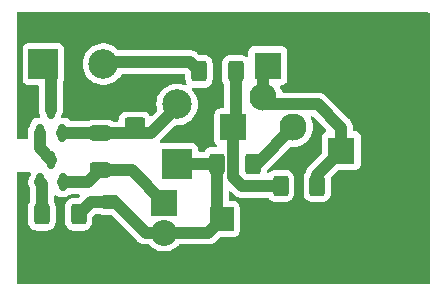
<source format=gbr>
%TF.GenerationSoftware,KiCad,Pcbnew,7.0.9*%
%TF.CreationDate,2023-11-29T13:30:04+01:00*%
%TF.ProjectId,Wzmacniacz r__nicowy do PW3015 ver.3,577a6d61-636e-4696-9163-7a2072f37c6e,rev?*%
%TF.SameCoordinates,Original*%
%TF.FileFunction,Copper,L2,Bot*%
%TF.FilePolarity,Positive*%
%FSLAX46Y46*%
G04 Gerber Fmt 4.6, Leading zero omitted, Abs format (unit mm)*
G04 Created by KiCad (PCBNEW 7.0.9) date 2023-11-29 13:30:04*
%MOMM*%
%LPD*%
G01*
G04 APERTURE LIST*
G04 Aperture macros list*
%AMRoundRect*
0 Rectangle with rounded corners*
0 $1 Rounding radius*
0 $2 $3 $4 $5 $6 $7 $8 $9 X,Y pos of 4 corners*
0 Add a 4 corners polygon primitive as box body*
4,1,4,$2,$3,$4,$5,$6,$7,$8,$9,$2,$3,0*
0 Add four circle primitives for the rounded corners*
1,1,$1+$1,$2,$3*
1,1,$1+$1,$4,$5*
1,1,$1+$1,$6,$7*
1,1,$1+$1,$8,$9*
0 Add four rect primitives between the rounded corners*
20,1,$1+$1,$2,$3,$4,$5,0*
20,1,$1+$1,$4,$5,$6,$7,0*
20,1,$1+$1,$6,$7,$8,$9,0*
20,1,$1+$1,$8,$9,$2,$3,0*%
G04 Aperture macros list end*
%TA.AperFunction,ComponentPad*%
%ADD10R,2.300000X2.300000*%
%TD*%
%TA.AperFunction,ComponentPad*%
%ADD11O,2.300000X2.300000*%
%TD*%
%TA.AperFunction,ComponentPad*%
%ADD12R,2.000000X2.000000*%
%TD*%
%TA.AperFunction,ComponentPad*%
%ADD13C,2.000000*%
%TD*%
%TA.AperFunction,ComponentPad*%
%ADD14C,2.300000*%
%TD*%
%TA.AperFunction,ComponentPad*%
%ADD15R,2.200000X2.200000*%
%TD*%
%TA.AperFunction,ComponentPad*%
%ADD16C,2.200000*%
%TD*%
%TA.AperFunction,ComponentPad*%
%ADD17R,2.500000X2.500000*%
%TD*%
%TA.AperFunction,ComponentPad*%
%ADD18C,2.500000*%
%TD*%
%TA.AperFunction,SMDPad,CuDef*%
%ADD19RoundRect,0.250000X0.400000X0.625000X-0.400000X0.625000X-0.400000X-0.625000X0.400000X-0.625000X0*%
%TD*%
%TA.AperFunction,SMDPad,CuDef*%
%ADD20RoundRect,0.250000X0.625000X-0.400000X0.625000X0.400000X-0.625000X0.400000X-0.625000X-0.400000X0*%
%TD*%
%TA.AperFunction,SMDPad,CuDef*%
%ADD21RoundRect,0.150000X0.150000X-0.587500X0.150000X0.587500X-0.150000X0.587500X-0.150000X-0.587500X0*%
%TD*%
%TA.AperFunction,SMDPad,CuDef*%
%ADD22RoundRect,0.250000X-0.400000X-0.625000X0.400000X-0.625000X0.400000X0.625000X-0.400000X0.625000X0*%
%TD*%
%TA.AperFunction,SMDPad,CuDef*%
%ADD23RoundRect,0.250000X-0.475000X0.337500X-0.475000X-0.337500X0.475000X-0.337500X0.475000X0.337500X0*%
%TD*%
%TA.AperFunction,Conductor*%
%ADD24C,1.000000*%
%TD*%
G04 APERTURE END LIST*
D10*
%TO.P,D2,1,K*%
%TO.N,Net-(D2-K)*%
X185285000Y-94500000D03*
D11*
%TO.P,D2,2,A*%
%TO.N,GND*%
X192905000Y-94500000D03*
%TD*%
D10*
%TO.P,J2,1,Pin_1*%
%TO.N,GND*%
X196200000Y-94575000D03*
%TD*%
D12*
%TO.P,C8,1*%
%TO.N,Net-(D1-A)*%
X181382323Y-107500000D03*
D13*
%TO.P,C8,2*%
%TO.N,GND*%
X188882323Y-107500000D03*
%TD*%
D10*
%TO.P,C4,1*%
%TO.N,Net-(D2-K)*%
X191500000Y-101700000D03*
D14*
%TO.P,C4,2*%
%TO.N,GND*%
X196500000Y-101700000D03*
%TD*%
D15*
%TO.P,Q2,1,C*%
%TO.N,Net-(Q2-C)*%
X182360000Y-99740000D03*
D14*
%TO.P,Q2,2,B*%
%TO.N,Net-(D2-K)*%
X184900000Y-97200000D03*
%TO.P,Q2,3,E*%
%TO.N,Net-(Q2-E)*%
X187440000Y-99740000D03*
%TD*%
D15*
%TO.P,D1,1,K*%
%TO.N,Net-(D1-K)*%
X176500000Y-106100000D03*
D16*
%TO.P,D1,2,A*%
%TO.N,Net-(D1-A)*%
X176500000Y-108640000D03*
%TD*%
D17*
%TO.P,J3,1,Pin_1*%
%TO.N,Net-(J3-Pin_1)*%
X166275000Y-94375000D03*
D18*
%TO.P,J3,3,Pin_3*%
%TO.N,Net-(J3-Pin_3)*%
X171355000Y-94375000D03*
%TD*%
D17*
%TO.P,C2,1*%
%TO.N,Net-(D1-A)*%
X177600000Y-102800000D03*
D18*
%TO.P,C2,2*%
%TO.N,Net-(Q9-B)*%
X177600000Y-97800000D03*
%TD*%
D19*
%TO.P,R1,1*%
%TO.N,Net-(D1-A)*%
X169250000Y-107100000D03*
%TO.P,R1,2*%
%TO.N,Net-(Q1-E)*%
X166150000Y-107100000D03*
%TD*%
D20*
%TO.P,R3,1*%
%TO.N,Net-(Q9-B)*%
X174000000Y-99550000D03*
%TO.P,R3,2*%
%TO.N,GND*%
X174000000Y-96450000D03*
%TD*%
D21*
%TO.P,Q1,1,B*%
%TO.N,Net-(D1-K)*%
X167900000Y-104400000D03*
%TO.P,Q1,2,E*%
%TO.N,Net-(Q1-E)*%
X166000000Y-104400000D03*
%TO.P,Q1,3,C*%
%TO.N,Net-(Q1-C)*%
X166950000Y-102525000D03*
%TD*%
D22*
%TO.P,R10,1*%
%TO.N,Net-(Q2-C)*%
X186350000Y-104700000D03*
%TO.P,R10,2*%
%TO.N,Net-(D2-K)*%
X189450000Y-104700000D03*
%TD*%
D21*
%TO.P,Q9,1,B*%
%TO.N,Net-(Q9-B)*%
X167850000Y-100175000D03*
%TO.P,Q9,2,E*%
%TO.N,Net-(Q1-C)*%
X165950000Y-100175000D03*
%TO.P,Q9,3,C*%
%TO.N,Net-(J3-Pin_1)*%
X166900000Y-98300000D03*
%TD*%
D20*
%TO.P,R2,1*%
%TO.N,Net-(D1-K)*%
X171100000Y-103350000D03*
%TO.P,R2,2*%
%TO.N,Net-(Q9-B)*%
X171100000Y-100250000D03*
%TD*%
D22*
%TO.P,R11,1*%
%TO.N,Net-(D1-A)*%
X180950000Y-102800000D03*
%TO.P,R11,2*%
%TO.N,Net-(Q2-E)*%
X184050000Y-102800000D03*
%TD*%
%TO.P,R4,1*%
%TO.N,Net-(J3-Pin_3)*%
X179450000Y-95000000D03*
%TO.P,R4,2*%
%TO.N,Net-(Q2-C)*%
X182550000Y-95000000D03*
%TD*%
D23*
%TO.P,C9,1*%
%TO.N,Net-(D1-A)*%
X171900000Y-106062500D03*
%TO.P,C9,2*%
%TO.N,GND*%
X171900000Y-108137500D03*
%TD*%
D24*
%TO.N,Net-(D1-A)*%
X180950000Y-107067677D02*
X180950000Y-102800000D01*
X181382323Y-107500000D02*
X180950000Y-107067677D01*
X180242323Y-108640000D02*
X181382323Y-107500000D01*
X176500000Y-108640000D02*
X180242323Y-108640000D01*
X172352500Y-106062500D02*
X171900000Y-106062500D01*
X177600000Y-102800000D02*
X180950000Y-102800000D01*
X176500000Y-108640000D02*
X174930000Y-108640000D01*
X174930000Y-108640000D02*
X172352500Y-106062500D01*
X170287500Y-106062500D02*
X171900000Y-106062500D01*
X169250000Y-107100000D02*
X170287500Y-106062500D01*
%TO.N,Net-(Q9-B)*%
X177600000Y-97800000D02*
X177600000Y-98000000D01*
X175350000Y-100250000D02*
X171100000Y-100250000D01*
X167850000Y-100175000D02*
X171025000Y-100175000D01*
X177600000Y-98000000D02*
X175350000Y-100250000D01*
X171025000Y-100175000D02*
X171100000Y-100250000D01*
%TO.N,Net-(D2-K)*%
X189450000Y-103750000D02*
X191500000Y-101700000D01*
X184900000Y-97200000D02*
X184900000Y-94885000D01*
X189450000Y-104700000D02*
X189450000Y-103750000D01*
X184900000Y-94885000D02*
X185285000Y-94500000D01*
X191500000Y-99800000D02*
X191500000Y-101700000D01*
X185500000Y-97800000D02*
X189500000Y-97800000D01*
X189500000Y-97800000D02*
X191500000Y-99800000D01*
X184900000Y-97200000D02*
X185500000Y-97800000D01*
%TO.N,Net-(D1-K)*%
X176500000Y-106100000D02*
X173750000Y-103350000D01*
X173750000Y-103350000D02*
X171100000Y-103350000D01*
X167900000Y-104400000D02*
X170050000Y-104400000D01*
X170050000Y-104400000D02*
X171100000Y-103350000D01*
%TO.N,Net-(Q1-E)*%
X166150000Y-104550000D02*
X166000000Y-104400000D01*
X166150000Y-107100000D02*
X166150000Y-104550000D01*
%TO.N,Net-(Q1-C)*%
X165950000Y-100175000D02*
X165950000Y-101525000D01*
X165950000Y-101525000D02*
X166950000Y-102525000D01*
%TO.N,Net-(Q2-E)*%
X184050000Y-102800000D02*
X184380000Y-102800000D01*
X184380000Y-102800000D02*
X187440000Y-99740000D01*
%TO.N,Net-(J3-Pin_3)*%
X178650000Y-94200000D02*
X179450000Y-95000000D01*
X171355000Y-94375000D02*
X171530000Y-94200000D01*
X171530000Y-94200000D02*
X178650000Y-94200000D01*
%TO.N,Net-(J3-Pin_1)*%
X166900000Y-95000000D02*
X166275000Y-94375000D01*
X166900000Y-98300000D02*
X166900000Y-95000000D01*
%TO.N,Net-(Q2-C)*%
X182550000Y-99550000D02*
X182360000Y-99740000D01*
X182360000Y-103960000D02*
X183100000Y-104700000D01*
X183100000Y-104700000D02*
X186350000Y-104700000D01*
X182550000Y-95000000D02*
X182550000Y-99550000D01*
X182360000Y-99740000D02*
X182360000Y-103960000D01*
%TD*%
%TA.AperFunction,Conductor*%
%TO.N,GND*%
G36*
X198942539Y-90020185D02*
G01*
X198988294Y-90072989D01*
X198999500Y-90124500D01*
X198999500Y-112875500D01*
X198979815Y-112942539D01*
X198927011Y-112988294D01*
X198875500Y-112999500D01*
X164124500Y-112999500D01*
X164057461Y-112979815D01*
X164011706Y-112927011D01*
X164000500Y-112875500D01*
X164000500Y-103624000D01*
X164020185Y-103556961D01*
X164072989Y-103511206D01*
X164124500Y-103500000D01*
X165098240Y-103500000D01*
X165165279Y-103519685D01*
X165211034Y-103572489D01*
X165220978Y-103641647D01*
X165217316Y-103658595D01*
X165202402Y-103709926D01*
X165202401Y-103709932D01*
X165199500Y-103746804D01*
X165199500Y-103759111D01*
X165179815Y-103826150D01*
X165175448Y-103832503D01*
X165133352Y-103889829D01*
X165133349Y-103889835D01*
X165048397Y-104074725D01*
X165048393Y-104074737D01*
X165002396Y-104272945D01*
X164997242Y-104476358D01*
X165033140Y-104676648D01*
X165033142Y-104676654D01*
X165108622Y-104865615D01*
X165108627Y-104865623D01*
X165129035Y-104896588D01*
X165149492Y-104963396D01*
X165149500Y-104964826D01*
X165149500Y-105983804D01*
X165131039Y-106048900D01*
X165065189Y-106155659D01*
X165065186Y-106155666D01*
X165010001Y-106322203D01*
X165010001Y-106322204D01*
X165010000Y-106322204D01*
X164999500Y-106424983D01*
X164999500Y-107775001D01*
X164999501Y-107775018D01*
X165010000Y-107877796D01*
X165010001Y-107877799D01*
X165065185Y-108044331D01*
X165065186Y-108044334D01*
X165157288Y-108193656D01*
X165281344Y-108317712D01*
X165430666Y-108409814D01*
X165597203Y-108464999D01*
X165699991Y-108475500D01*
X166600008Y-108475499D01*
X166600016Y-108475498D01*
X166600019Y-108475498D01*
X166656302Y-108469748D01*
X166702797Y-108464999D01*
X166869334Y-108409814D01*
X167018656Y-108317712D01*
X167142712Y-108193656D01*
X167234814Y-108044334D01*
X167289999Y-107877797D01*
X167300500Y-107775009D01*
X167300499Y-106424992D01*
X167289999Y-106322203D01*
X167234814Y-106155666D01*
X167226665Y-106142455D01*
X167168961Y-106048900D01*
X167150500Y-105983804D01*
X167150500Y-105605395D01*
X167170185Y-105538356D01*
X167222989Y-105492601D01*
X167292147Y-105482657D01*
X167340496Y-105503171D01*
X167341420Y-105501610D01*
X167382034Y-105525628D01*
X167489602Y-105589244D01*
X167531224Y-105601336D01*
X167647426Y-105635097D01*
X167647429Y-105635097D01*
X167647431Y-105635098D01*
X167659722Y-105636065D01*
X167684304Y-105638000D01*
X167684306Y-105638000D01*
X168115696Y-105638000D01*
X168134131Y-105636549D01*
X168152569Y-105635098D01*
X168152571Y-105635097D01*
X168152573Y-105635097D01*
X168194191Y-105623005D01*
X168310398Y-105589244D01*
X168451865Y-105505581D01*
X168520628Y-105436817D01*
X168581949Y-105403334D01*
X168608308Y-105400500D01*
X169235217Y-105400500D01*
X169302256Y-105420185D01*
X169348011Y-105472989D01*
X169357955Y-105542147D01*
X169328930Y-105605703D01*
X169322906Y-105612172D01*
X169275539Y-105659540D01*
X169246897Y-105688182D01*
X169185573Y-105721666D01*
X169159216Y-105724500D01*
X168799998Y-105724500D01*
X168799980Y-105724501D01*
X168697203Y-105735000D01*
X168697200Y-105735001D01*
X168530668Y-105790185D01*
X168530663Y-105790187D01*
X168381342Y-105882289D01*
X168257289Y-106006342D01*
X168165187Y-106155663D01*
X168165186Y-106155666D01*
X168110001Y-106322203D01*
X168110001Y-106322204D01*
X168110000Y-106322204D01*
X168099500Y-106424983D01*
X168099500Y-107775001D01*
X168099501Y-107775018D01*
X168110000Y-107877796D01*
X168110001Y-107877799D01*
X168165185Y-108044331D01*
X168165186Y-108044334D01*
X168257288Y-108193656D01*
X168381344Y-108317712D01*
X168530666Y-108409814D01*
X168697203Y-108464999D01*
X168799991Y-108475500D01*
X169700008Y-108475499D01*
X169700016Y-108475498D01*
X169700019Y-108475498D01*
X169756302Y-108469748D01*
X169802797Y-108464999D01*
X169969334Y-108409814D01*
X170118656Y-108317712D01*
X170242712Y-108193656D01*
X170334814Y-108044334D01*
X170389999Y-107877797D01*
X170400500Y-107775009D01*
X170400499Y-107415781D01*
X170420183Y-107348743D01*
X170436809Y-107328110D01*
X170665603Y-107099316D01*
X170726925Y-107065834D01*
X170753283Y-107063000D01*
X171035134Y-107063000D01*
X171100231Y-107081461D01*
X171105666Y-107084814D01*
X171272203Y-107139999D01*
X171374991Y-107150500D01*
X171974216Y-107150499D01*
X172041255Y-107170183D01*
X172061897Y-107186818D01*
X174213566Y-109338487D01*
X174274941Y-109403053D01*
X174274944Y-109403055D01*
X174274945Y-109403056D01*
X174325295Y-109438101D01*
X174329047Y-109440929D01*
X174376592Y-109479697D01*
X174376595Y-109479698D01*
X174376597Y-109479700D01*
X174407039Y-109495601D01*
X174413753Y-109499668D01*
X174441947Y-109519292D01*
X174441953Y-109519296D01*
X174498331Y-109543490D01*
X174502569Y-109545502D01*
X174556951Y-109573909D01*
X174589973Y-109583356D01*
X174597365Y-109585989D01*
X174628940Y-109599539D01*
X174628941Y-109599540D01*
X174642054Y-109602234D01*
X174689055Y-109611892D01*
X174693595Y-109613006D01*
X174752582Y-109629886D01*
X174786841Y-109632494D01*
X174794609Y-109633585D01*
X174828255Y-109640500D01*
X174828259Y-109640500D01*
X174889601Y-109640500D01*
X174894308Y-109640678D01*
X174921597Y-109642757D01*
X174955475Y-109645337D01*
X174955475Y-109645336D01*
X174955476Y-109645337D01*
X174989559Y-109640996D01*
X174997389Y-109640500D01*
X175192547Y-109640500D01*
X175259586Y-109660185D01*
X175286833Y-109683965D01*
X175364776Y-109775224D01*
X175556343Y-109938838D01*
X175556346Y-109938839D01*
X175771140Y-110070466D01*
X176003889Y-110166873D01*
X176248852Y-110225683D01*
X176500000Y-110245449D01*
X176751148Y-110225683D01*
X176996111Y-110166873D01*
X177228859Y-110070466D01*
X177443659Y-109938836D01*
X177635224Y-109775224D01*
X177713164Y-109683967D01*
X177771669Y-109645775D01*
X177807453Y-109640500D01*
X180229607Y-109640500D01*
X180318681Y-109642757D01*
X180318681Y-109642756D01*
X180318686Y-109642757D01*
X180379076Y-109631932D01*
X180383735Y-109631280D01*
X180425930Y-109626988D01*
X180444761Y-109625074D01*
X180477550Y-109614786D01*
X180485163Y-109612918D01*
X180518976Y-109606858D01*
X180575944Y-109584101D01*
X180580376Y-109582524D01*
X180638911Y-109564159D01*
X180668950Y-109547484D01*
X180676031Y-109544122D01*
X180707940Y-109531377D01*
X180759177Y-109497608D01*
X180763174Y-109495187D01*
X180816825Y-109465409D01*
X180842891Y-109443030D01*
X180849166Y-109438300D01*
X180849468Y-109438101D01*
X180877842Y-109419402D01*
X180921240Y-109376002D01*
X180924659Y-109372834D01*
X180971218Y-109332866D01*
X180992254Y-109305688D01*
X180997424Y-109299818D01*
X181260425Y-109036818D01*
X181321748Y-109003333D01*
X181348106Y-109000499D01*
X182430194Y-109000499D01*
X182430195Y-109000499D01*
X182489806Y-108994091D01*
X182624654Y-108943796D01*
X182739869Y-108857546D01*
X182826119Y-108742331D01*
X182876414Y-108607483D01*
X182882823Y-108547873D01*
X182882822Y-106452128D01*
X182876414Y-106392517D01*
X182850187Y-106322200D01*
X182826120Y-106257671D01*
X182826116Y-106257664D01*
X182739870Y-106142455D01*
X182739867Y-106142452D01*
X182624658Y-106056206D01*
X182624651Y-106056202D01*
X182489805Y-106005908D01*
X182489806Y-106005908D01*
X182430206Y-105999501D01*
X182430204Y-105999500D01*
X182430196Y-105999500D01*
X182430188Y-105999500D01*
X182074500Y-105999500D01*
X182007461Y-105979815D01*
X181961706Y-105927011D01*
X181950500Y-105875500D01*
X181950500Y-105264782D01*
X181970185Y-105197743D01*
X182022989Y-105151988D01*
X182092147Y-105142044D01*
X182155703Y-105171069D01*
X182162181Y-105177101D01*
X182383548Y-105398468D01*
X182444941Y-105463053D01*
X182444944Y-105463055D01*
X182444947Y-105463058D01*
X182466127Y-105477799D01*
X182495303Y-105498106D01*
X182499044Y-105500926D01*
X182546593Y-105539698D01*
X182577045Y-105555604D01*
X182583758Y-105559672D01*
X182611951Y-105579295D01*
X182668329Y-105603489D01*
X182672578Y-105605507D01*
X182726951Y-105633909D01*
X182754489Y-105641788D01*
X182759974Y-105643358D01*
X182767368Y-105645990D01*
X182798942Y-105659540D01*
X182798945Y-105659540D01*
X182798946Y-105659541D01*
X182859022Y-105671887D01*
X182863600Y-105673010D01*
X182877501Y-105676987D01*
X182922582Y-105689887D01*
X182956839Y-105692495D01*
X182964614Y-105693586D01*
X182998255Y-105700500D01*
X182998259Y-105700500D01*
X183059598Y-105700500D01*
X183064304Y-105700678D01*
X183099062Y-105703325D01*
X183125475Y-105705337D01*
X183125475Y-105705336D01*
X183125476Y-105705337D01*
X183159559Y-105700996D01*
X183167389Y-105700500D01*
X185230622Y-105700500D01*
X185297661Y-105720185D01*
X185336159Y-105759401D01*
X185357288Y-105793656D01*
X185481344Y-105917712D01*
X185630666Y-106009814D01*
X185797203Y-106064999D01*
X185899991Y-106075500D01*
X186800008Y-106075499D01*
X186800016Y-106075498D01*
X186800019Y-106075498D01*
X186856302Y-106069748D01*
X186902797Y-106064999D01*
X187069334Y-106009814D01*
X187218656Y-105917712D01*
X187342712Y-105793656D01*
X187434814Y-105644334D01*
X187489999Y-105477797D01*
X187500500Y-105375009D01*
X187500499Y-104024992D01*
X187489999Y-103922203D01*
X187434814Y-103755666D01*
X187342712Y-103606344D01*
X187218656Y-103482288D01*
X187101417Y-103409975D01*
X187069336Y-103390187D01*
X187069331Y-103390185D01*
X187034801Y-103378743D01*
X186902797Y-103335001D01*
X186902795Y-103335000D01*
X186800010Y-103324500D01*
X185899998Y-103324500D01*
X185899980Y-103324501D01*
X185797203Y-103335000D01*
X185797200Y-103335001D01*
X185630668Y-103390185D01*
X185630663Y-103390187D01*
X185481345Y-103482287D01*
X185412180Y-103551452D01*
X185350856Y-103584936D01*
X185281165Y-103579951D01*
X185225231Y-103538080D01*
X185200815Y-103472615D01*
X185200499Y-103463794D01*
X185200499Y-103445779D01*
X185220184Y-103378743D01*
X185236813Y-103358106D01*
X187176456Y-101418463D01*
X187237777Y-101384980D01*
X187273857Y-101382528D01*
X187440000Y-101395604D01*
X187698994Y-101375221D01*
X187951610Y-101314573D01*
X188191628Y-101215154D01*
X188413140Y-101079412D01*
X188610689Y-100910689D01*
X188779412Y-100713140D01*
X188915154Y-100491628D01*
X189014573Y-100251610D01*
X189075221Y-99998994D01*
X189095604Y-99740000D01*
X189075221Y-99481006D01*
X189014573Y-99228390D01*
X188915154Y-98988372D01*
X188915150Y-98988366D01*
X188912946Y-98984040D01*
X188914134Y-98983434D01*
X188897471Y-98921854D01*
X188918582Y-98855250D01*
X188972350Y-98810632D01*
X189021443Y-98800500D01*
X189034217Y-98800500D01*
X189101256Y-98820185D01*
X189121898Y-98836819D01*
X190177802Y-99892723D01*
X190211287Y-99954046D01*
X190206303Y-100023738D01*
X190164431Y-100079671D01*
X190133455Y-100096586D01*
X190107670Y-100106203D01*
X190107664Y-100106206D01*
X189992455Y-100192452D01*
X189992452Y-100192455D01*
X189906206Y-100307664D01*
X189906202Y-100307671D01*
X189855908Y-100442517D01*
X189849501Y-100502116D01*
X189849501Y-100502123D01*
X189849500Y-100502135D01*
X189849500Y-101884216D01*
X189829815Y-101951255D01*
X189813181Y-101971897D01*
X188751532Y-103033546D01*
X188686946Y-103094942D01*
X188651899Y-103145294D01*
X188649062Y-103149056D01*
X188610302Y-103196592D01*
X188610299Y-103196597D01*
X188594392Y-103227047D01*
X188590324Y-103233761D01*
X188570702Y-103261954D01*
X188546509Y-103318330D01*
X188544488Y-103322584D01*
X188516091Y-103376951D01*
X188516090Y-103376952D01*
X188506640Y-103409975D01*
X188504007Y-103417371D01*
X188490459Y-103448943D01*
X188478113Y-103509019D01*
X188476990Y-103513595D01*
X188460114Y-103572577D01*
X188460110Y-103572595D01*
X188459863Y-103575845D01*
X188459116Y-103578139D01*
X188459003Y-103578775D01*
X188458915Y-103578759D01*
X188441761Y-103631515D01*
X188365190Y-103755659D01*
X188365185Y-103755668D01*
X188346616Y-103811706D01*
X188310001Y-103922203D01*
X188310001Y-103922204D01*
X188310000Y-103922204D01*
X188299500Y-104024983D01*
X188299500Y-105375001D01*
X188299501Y-105375018D01*
X188310000Y-105477796D01*
X188310001Y-105477799D01*
X188365185Y-105644331D01*
X188365187Y-105644336D01*
X188393283Y-105689887D01*
X188457288Y-105793656D01*
X188581344Y-105917712D01*
X188730666Y-106009814D01*
X188897203Y-106064999D01*
X188999991Y-106075500D01*
X189900008Y-106075499D01*
X189900016Y-106075498D01*
X189900019Y-106075498D01*
X189956302Y-106069748D01*
X190002797Y-106064999D01*
X190169334Y-106009814D01*
X190318656Y-105917712D01*
X190442712Y-105793656D01*
X190534814Y-105644334D01*
X190589999Y-105477797D01*
X190600500Y-105375009D01*
X190600499Y-104065781D01*
X190620184Y-103998743D01*
X190636814Y-103978105D01*
X191228101Y-103386817D01*
X191289424Y-103353333D01*
X191315782Y-103350499D01*
X192697871Y-103350499D01*
X192697872Y-103350499D01*
X192757483Y-103344091D01*
X192892331Y-103293796D01*
X193007546Y-103207546D01*
X193093796Y-103092331D01*
X193144091Y-102957483D01*
X193150500Y-102897873D01*
X193150499Y-100502128D01*
X193144091Y-100442517D01*
X193093796Y-100307669D01*
X193093795Y-100307668D01*
X193093793Y-100307664D01*
X193007547Y-100192455D01*
X193007544Y-100192452D01*
X192892335Y-100106206D01*
X192892328Y-100106202D01*
X192757482Y-100055908D01*
X192757483Y-100055908D01*
X192697883Y-100049501D01*
X192697881Y-100049500D01*
X192697873Y-100049500D01*
X192697865Y-100049500D01*
X192624500Y-100049500D01*
X192557461Y-100029815D01*
X192511706Y-99977011D01*
X192500500Y-99925500D01*
X192500500Y-99812698D01*
X192502757Y-99723641D01*
X192502756Y-99723640D01*
X192502757Y-99723637D01*
X192491933Y-99663249D01*
X192491280Y-99658587D01*
X192485513Y-99601875D01*
X192485074Y-99597562D01*
X192474784Y-99564768D01*
X192472917Y-99557155D01*
X192472232Y-99553334D01*
X192466858Y-99523347D01*
X192444100Y-99466374D01*
X192442521Y-99461938D01*
X192433775Y-99434063D01*
X192424159Y-99403412D01*
X192424158Y-99403410D01*
X192424157Y-99403407D01*
X192407488Y-99373378D01*
X192404117Y-99366278D01*
X192391378Y-99334386D01*
X192391377Y-99334383D01*
X192357620Y-99283163D01*
X192355180Y-99279134D01*
X192332511Y-99238294D01*
X192325409Y-99225498D01*
X192325407Y-99225495D01*
X192303033Y-99199434D01*
X192298302Y-99193159D01*
X192297893Y-99192539D01*
X192279402Y-99164481D01*
X192236012Y-99121091D01*
X192232822Y-99117648D01*
X192192867Y-99071106D01*
X192192863Y-99071102D01*
X192165698Y-99050074D01*
X192159803Y-99044882D01*
X190216451Y-97101531D01*
X190155061Y-97036949D01*
X190155060Y-97036948D01*
X190155059Y-97036947D01*
X190127204Y-97017559D01*
X190104709Y-97001902D01*
X190100946Y-96999064D01*
X190053413Y-96960305D01*
X190053406Y-96960300D01*
X190022959Y-96944397D01*
X190016251Y-96940334D01*
X189988049Y-96920705D01*
X189988046Y-96920703D01*
X189988045Y-96920703D01*
X189988041Y-96920701D01*
X189931680Y-96896514D01*
X189927424Y-96894493D01*
X189873057Y-96866094D01*
X189873050Y-96866091D01*
X189873049Y-96866091D01*
X189867008Y-96864362D01*
X189840030Y-96856642D01*
X189832630Y-96854008D01*
X189801057Y-96840459D01*
X189801058Y-96840459D01*
X189740966Y-96828109D01*
X189736391Y-96826986D01*
X189677420Y-96810113D01*
X189677425Y-96810113D01*
X189643158Y-96807503D01*
X189635380Y-96806412D01*
X189601742Y-96799500D01*
X189601741Y-96799500D01*
X189540402Y-96799500D01*
X189535695Y-96799321D01*
X189530121Y-96798896D01*
X189474524Y-96794662D01*
X189454589Y-96797201D01*
X189440440Y-96799003D01*
X189432611Y-96799500D01*
X186599002Y-96799500D01*
X186531963Y-96779815D01*
X186486208Y-96727011D01*
X186478428Y-96704445D01*
X186474575Y-96688397D01*
X186474574Y-96688395D01*
X186474573Y-96688390D01*
X186375154Y-96448372D01*
X186328178Y-96371714D01*
X186308308Y-96339288D01*
X186290064Y-96271843D01*
X186311181Y-96205240D01*
X186364953Y-96160627D01*
X186414036Y-96150499D01*
X186482871Y-96150499D01*
X186482872Y-96150499D01*
X186542483Y-96144091D01*
X186677331Y-96093796D01*
X186792546Y-96007546D01*
X186878796Y-95892331D01*
X186929091Y-95757483D01*
X186935500Y-95697873D01*
X186935499Y-93302128D01*
X186929091Y-93242517D01*
X186928323Y-93240459D01*
X186878797Y-93107671D01*
X186878793Y-93107664D01*
X186792547Y-92992455D01*
X186792544Y-92992452D01*
X186677335Y-92906206D01*
X186677328Y-92906202D01*
X186542482Y-92855908D01*
X186542483Y-92855908D01*
X186482883Y-92849501D01*
X186482881Y-92849500D01*
X186482873Y-92849500D01*
X186482864Y-92849500D01*
X184087129Y-92849500D01*
X184087123Y-92849501D01*
X184027516Y-92855908D01*
X183892671Y-92906202D01*
X183892664Y-92906206D01*
X183777455Y-92992452D01*
X183777452Y-92992455D01*
X183691206Y-93107664D01*
X183691202Y-93107671D01*
X183640908Y-93242517D01*
X183635103Y-93296514D01*
X183634501Y-93302123D01*
X183634500Y-93302135D01*
X183634500Y-93698770D01*
X183614815Y-93765809D01*
X183562011Y-93811564D01*
X183492853Y-93821508D01*
X183429297Y-93792483D01*
X183422819Y-93786451D01*
X183418657Y-93782289D01*
X183418656Y-93782288D01*
X183269334Y-93690186D01*
X183102797Y-93635001D01*
X183102795Y-93635000D01*
X183000010Y-93624500D01*
X182099998Y-93624500D01*
X182099980Y-93624501D01*
X181997203Y-93635000D01*
X181997200Y-93635001D01*
X181830668Y-93690185D01*
X181830663Y-93690187D01*
X181681342Y-93782289D01*
X181557289Y-93906342D01*
X181465187Y-94055663D01*
X181465186Y-94055666D01*
X181410001Y-94222203D01*
X181410001Y-94222204D01*
X181410000Y-94222204D01*
X181399500Y-94324983D01*
X181399500Y-95675001D01*
X181399501Y-95675018D01*
X181410000Y-95777796D01*
X181410001Y-95777799D01*
X181465185Y-95944331D01*
X181465187Y-95944336D01*
X181473962Y-95958562D01*
X181531039Y-96051099D01*
X181549500Y-96116195D01*
X181549500Y-98015500D01*
X181529815Y-98082539D01*
X181477011Y-98128294D01*
X181425501Y-98139500D01*
X181212130Y-98139500D01*
X181212123Y-98139501D01*
X181152516Y-98145908D01*
X181017671Y-98196202D01*
X181017664Y-98196206D01*
X180902455Y-98282452D01*
X180902452Y-98282455D01*
X180816206Y-98397664D01*
X180816202Y-98397671D01*
X180765908Y-98532517D01*
X180759501Y-98592116D01*
X180759500Y-98592135D01*
X180759500Y-100887870D01*
X180759501Y-100887876D01*
X180765908Y-100947483D01*
X180816202Y-101082328D01*
X180816206Y-101082335D01*
X180902452Y-101197544D01*
X180902455Y-101197547D01*
X180907380Y-101201234D01*
X180949251Y-101257168D01*
X180954235Y-101326859D01*
X180920749Y-101388182D01*
X180859426Y-101421666D01*
X180833069Y-101424500D01*
X180499999Y-101424500D01*
X180499980Y-101424501D01*
X180397203Y-101435000D01*
X180397200Y-101435001D01*
X180230668Y-101490185D01*
X180230663Y-101490187D01*
X180081342Y-101582289D01*
X179957289Y-101706342D01*
X179936161Y-101740597D01*
X179884213Y-101787321D01*
X179830622Y-101799500D01*
X179474499Y-101799500D01*
X179407460Y-101779815D01*
X179361705Y-101727011D01*
X179350499Y-101675500D01*
X179350499Y-101502129D01*
X179350498Y-101502123D01*
X179350497Y-101502116D01*
X179344091Y-101442517D01*
X179341287Y-101435000D01*
X179293797Y-101307671D01*
X179293793Y-101307664D01*
X179207547Y-101192455D01*
X179207544Y-101192452D01*
X179092335Y-101106206D01*
X179092328Y-101106202D01*
X178957482Y-101055908D01*
X178957483Y-101055908D01*
X178897883Y-101049501D01*
X178897881Y-101049500D01*
X178897873Y-101049500D01*
X178897864Y-101049500D01*
X176302129Y-101049500D01*
X176302121Y-101049501D01*
X176274335Y-101052488D01*
X176205575Y-101040080D01*
X176154440Y-100992469D01*
X176137162Y-100924769D01*
X176159229Y-100858475D01*
X176173396Y-100841523D01*
X177428101Y-99586819D01*
X177489424Y-99553334D01*
X177515782Y-99550500D01*
X177731182Y-99550500D01*
X177990615Y-99511396D01*
X178241323Y-99434063D01*
X178477704Y-99320228D01*
X178694479Y-99172433D01*
X178843733Y-99033945D01*
X178886801Y-98993985D01*
X178886801Y-98993983D01*
X178886805Y-98993981D01*
X179050386Y-98788857D01*
X179181568Y-98561643D01*
X179277420Y-98317416D01*
X179335802Y-98061630D01*
X179355408Y-97800000D01*
X179335802Y-97538370D01*
X179277420Y-97282584D01*
X179181568Y-97038357D01*
X179050386Y-96811143D01*
X178886805Y-96606019D01*
X178886803Y-96606017D01*
X178886799Y-96606012D01*
X178886796Y-96606009D01*
X178865101Y-96585879D01*
X178829346Y-96525851D01*
X178831721Y-96456022D01*
X178871472Y-96398562D01*
X178935978Y-96371714D01*
X178962041Y-96371623D01*
X178999991Y-96375500D01*
X179900008Y-96375499D01*
X179900016Y-96375498D01*
X179900019Y-96375498D01*
X179956302Y-96369748D01*
X180002797Y-96364999D01*
X180169334Y-96309814D01*
X180318656Y-96217712D01*
X180442712Y-96093656D01*
X180534814Y-95944334D01*
X180589999Y-95777797D01*
X180600500Y-95675009D01*
X180600499Y-94324992D01*
X180589999Y-94222203D01*
X180534814Y-94055666D01*
X180442712Y-93906344D01*
X180318656Y-93782288D01*
X180169334Y-93690186D01*
X180002797Y-93635001D01*
X180002795Y-93635000D01*
X179900016Y-93624500D01*
X179900009Y-93624500D01*
X179540782Y-93624500D01*
X179473743Y-93604815D01*
X179453105Y-93588185D01*
X179366452Y-93501532D01*
X179305059Y-93436947D01*
X179277204Y-93417559D01*
X179254709Y-93401902D01*
X179250946Y-93399064D01*
X179203413Y-93360305D01*
X179203406Y-93360300D01*
X179172959Y-93344397D01*
X179166251Y-93340334D01*
X179138049Y-93320705D01*
X179138046Y-93320703D01*
X179138045Y-93320703D01*
X179138041Y-93320701D01*
X179081680Y-93296514D01*
X179077424Y-93294493D01*
X179023057Y-93266094D01*
X179023050Y-93266091D01*
X179023049Y-93266091D01*
X179017008Y-93264362D01*
X178990030Y-93256642D01*
X178982630Y-93254008D01*
X178951057Y-93240459D01*
X178951058Y-93240459D01*
X178890966Y-93228109D01*
X178886391Y-93226986D01*
X178827420Y-93210113D01*
X178827425Y-93210113D01*
X178793158Y-93207503D01*
X178785380Y-93206412D01*
X178751742Y-93199500D01*
X178751741Y-93199500D01*
X178690402Y-93199500D01*
X178685695Y-93199321D01*
X178680121Y-93198896D01*
X178624524Y-93194662D01*
X178604589Y-93197201D01*
X178590440Y-93199003D01*
X178582611Y-93199500D01*
X172710390Y-93199500D01*
X172643351Y-93179815D01*
X172626049Y-93166399D01*
X172449479Y-93002567D01*
X172434643Y-92992452D01*
X172232704Y-92854772D01*
X172232700Y-92854770D01*
X172232697Y-92854768D01*
X172232696Y-92854767D01*
X171996325Y-92740938D01*
X171996327Y-92740938D01*
X171745623Y-92663606D01*
X171745619Y-92663605D01*
X171745615Y-92663604D01*
X171620823Y-92644794D01*
X171486187Y-92624500D01*
X171486182Y-92624500D01*
X171223818Y-92624500D01*
X171223812Y-92624500D01*
X171062247Y-92648853D01*
X170964385Y-92663604D01*
X170964382Y-92663605D01*
X170964376Y-92663606D01*
X170713673Y-92740938D01*
X170477303Y-92854767D01*
X170477302Y-92854768D01*
X170260520Y-93002567D01*
X170068198Y-93181014D01*
X169904614Y-93386143D01*
X169773432Y-93613356D01*
X169677582Y-93857578D01*
X169677576Y-93857597D01*
X169619197Y-94113374D01*
X169619196Y-94113379D01*
X169599592Y-94374995D01*
X169599592Y-94375004D01*
X169619196Y-94636620D01*
X169619197Y-94636625D01*
X169677576Y-94892402D01*
X169677578Y-94892411D01*
X169677580Y-94892416D01*
X169773432Y-95136643D01*
X169904614Y-95363857D01*
X170036736Y-95529533D01*
X170068198Y-95568985D01*
X170244408Y-95732482D01*
X170260521Y-95747433D01*
X170477296Y-95895228D01*
X170477301Y-95895230D01*
X170477302Y-95895231D01*
X170477303Y-95895232D01*
X170579270Y-95944336D01*
X170713673Y-96009061D01*
X170713674Y-96009061D01*
X170713677Y-96009063D01*
X170964385Y-96086396D01*
X171223818Y-96125500D01*
X171486182Y-96125500D01*
X171745615Y-96086396D01*
X171996323Y-96009063D01*
X172232704Y-95895228D01*
X172449479Y-95747433D01*
X172641805Y-95568981D01*
X172805386Y-95363857D01*
X172863904Y-95262499D01*
X172914471Y-95214285D01*
X172971291Y-95200500D01*
X178175500Y-95200500D01*
X178242539Y-95220185D01*
X178288294Y-95272989D01*
X178299500Y-95324500D01*
X178299500Y-95675001D01*
X178299501Y-95675019D01*
X178310000Y-95777796D01*
X178310001Y-95777799D01*
X178365185Y-95944331D01*
X178365189Y-95944340D01*
X178389999Y-95984563D01*
X178408439Y-96051955D01*
X178387516Y-96118619D01*
X178333874Y-96163388D01*
X178264543Y-96172049D01*
X178245871Y-96166929D01*
X178245756Y-96167305D01*
X178241326Y-96165938D01*
X178241323Y-96165937D01*
X178089452Y-96119091D01*
X177990623Y-96088606D01*
X177990619Y-96088605D01*
X177990615Y-96088604D01*
X177859180Y-96068793D01*
X177731187Y-96049500D01*
X177731182Y-96049500D01*
X177468818Y-96049500D01*
X177468812Y-96049500D01*
X177307247Y-96073853D01*
X177209385Y-96088604D01*
X177209382Y-96088605D01*
X177209376Y-96088606D01*
X176958673Y-96165938D01*
X176722303Y-96279767D01*
X176722302Y-96279768D01*
X176505520Y-96427567D01*
X176313198Y-96606014D01*
X176149614Y-96811143D01*
X176018432Y-97038356D01*
X175922582Y-97282578D01*
X175922576Y-97282597D01*
X175864197Y-97538374D01*
X175864196Y-97538379D01*
X175844592Y-97799995D01*
X175844592Y-97800004D01*
X175864197Y-98061628D01*
X175897124Y-98205890D01*
X175892851Y-98275629D01*
X175863914Y-98321164D01*
X175437719Y-98747359D01*
X175376396Y-98780844D01*
X175306704Y-98775860D01*
X175250771Y-98733988D01*
X175244509Y-98724789D01*
X175217712Y-98681344D01*
X175093656Y-98557288D01*
X174944334Y-98465186D01*
X174777797Y-98410001D01*
X174777795Y-98410000D01*
X174675010Y-98399500D01*
X173324998Y-98399500D01*
X173324981Y-98399501D01*
X173222203Y-98410000D01*
X173222200Y-98410001D01*
X173055668Y-98465185D01*
X173055663Y-98465187D01*
X172906342Y-98557289D01*
X172782289Y-98681342D01*
X172690187Y-98830663D01*
X172690185Y-98830668D01*
X172662349Y-98914670D01*
X172635001Y-98997203D01*
X172635001Y-98997204D01*
X172635000Y-98997204D01*
X172624500Y-99099983D01*
X172624500Y-99125500D01*
X172604815Y-99192539D01*
X172552011Y-99238294D01*
X172500500Y-99249500D01*
X172216196Y-99249500D01*
X172151100Y-99231039D01*
X172044340Y-99165189D01*
X172044335Y-99165187D01*
X172044334Y-99165186D01*
X171877797Y-99110001D01*
X171877795Y-99110000D01*
X171775010Y-99099500D01*
X170424998Y-99099500D01*
X170424981Y-99099501D01*
X170322203Y-99110000D01*
X170322200Y-99110001D01*
X170148810Y-99167458D01*
X170148204Y-99165631D01*
X170108202Y-99174500D01*
X168558308Y-99174500D01*
X168491269Y-99154815D01*
X168470631Y-99138185D01*
X168401865Y-99069419D01*
X168260398Y-98985756D01*
X168260397Y-98985755D01*
X168260396Y-98985755D01*
X168260393Y-98985754D01*
X168102573Y-98939902D01*
X168102567Y-98939901D01*
X168065696Y-98937000D01*
X168065694Y-98937000D01*
X167903523Y-98937000D01*
X167836484Y-98917315D01*
X167790729Y-98864511D01*
X167780785Y-98795353D01*
X167789573Y-98764099D01*
X167859539Y-98601060D01*
X167859538Y-98601060D01*
X167859540Y-98601058D01*
X167900500Y-98401741D01*
X167900500Y-95999833D01*
X167920185Y-95932794D01*
X167925225Y-95925533D01*
X167968796Y-95867331D01*
X168019091Y-95732483D01*
X168025500Y-95672873D01*
X168025499Y-93077128D01*
X168019091Y-93017517D01*
X168009743Y-92992455D01*
X167968797Y-92882671D01*
X167968793Y-92882664D01*
X167882547Y-92767455D01*
X167882544Y-92767452D01*
X167767335Y-92681206D01*
X167767328Y-92681202D01*
X167632482Y-92630908D01*
X167632483Y-92630908D01*
X167572883Y-92624501D01*
X167572881Y-92624500D01*
X167572873Y-92624500D01*
X167572864Y-92624500D01*
X164977129Y-92624500D01*
X164977123Y-92624501D01*
X164917516Y-92630908D01*
X164782671Y-92681202D01*
X164782664Y-92681206D01*
X164667455Y-92767452D01*
X164667452Y-92767455D01*
X164581206Y-92882664D01*
X164581202Y-92882671D01*
X164530908Y-93017517D01*
X164524501Y-93077116D01*
X164524501Y-93077123D01*
X164524500Y-93077135D01*
X164524500Y-95672870D01*
X164524501Y-95672876D01*
X164530908Y-95732483D01*
X164581202Y-95867328D01*
X164581206Y-95867335D01*
X164667452Y-95982544D01*
X164667455Y-95982547D01*
X164782664Y-96068793D01*
X164782671Y-96068797D01*
X164917517Y-96119091D01*
X164917516Y-96119091D01*
X164924444Y-96119835D01*
X164977127Y-96125500D01*
X165775500Y-96125499D01*
X165842539Y-96145183D01*
X165888294Y-96197987D01*
X165899500Y-96249499D01*
X165899500Y-98350743D01*
X165914925Y-98502439D01*
X165975837Y-98696579D01*
X165975840Y-98696585D01*
X165975841Y-98696588D01*
X166007054Y-98752824D01*
X166022377Y-98820991D01*
X165998414Y-98886622D01*
X165942771Y-98928879D01*
X165898635Y-98937000D01*
X165734304Y-98937000D01*
X165697432Y-98939901D01*
X165697426Y-98939902D01*
X165539606Y-98985754D01*
X165539603Y-98985755D01*
X165398137Y-99069417D01*
X165398129Y-99069423D01*
X165281923Y-99185629D01*
X165281917Y-99185637D01*
X165198255Y-99327103D01*
X165198254Y-99327106D01*
X165152402Y-99484926D01*
X165152401Y-99484932D01*
X165149500Y-99521804D01*
X165149500Y-99534836D01*
X165129815Y-99601875D01*
X165127275Y-99605672D01*
X165070707Y-99686947D01*
X164990459Y-99873943D01*
X164949500Y-100073258D01*
X164949500Y-100576000D01*
X164929815Y-100643039D01*
X164877011Y-100688794D01*
X164825500Y-100700000D01*
X164124500Y-100700000D01*
X164057461Y-100680315D01*
X164011706Y-100627511D01*
X164000500Y-100576000D01*
X164000500Y-90124500D01*
X164020185Y-90057461D01*
X164072989Y-90011706D01*
X164124500Y-90000500D01*
X198875500Y-90000500D01*
X198942539Y-90020185D01*
G37*
%TD.AperFunction*%
%TD*%
M02*

</source>
